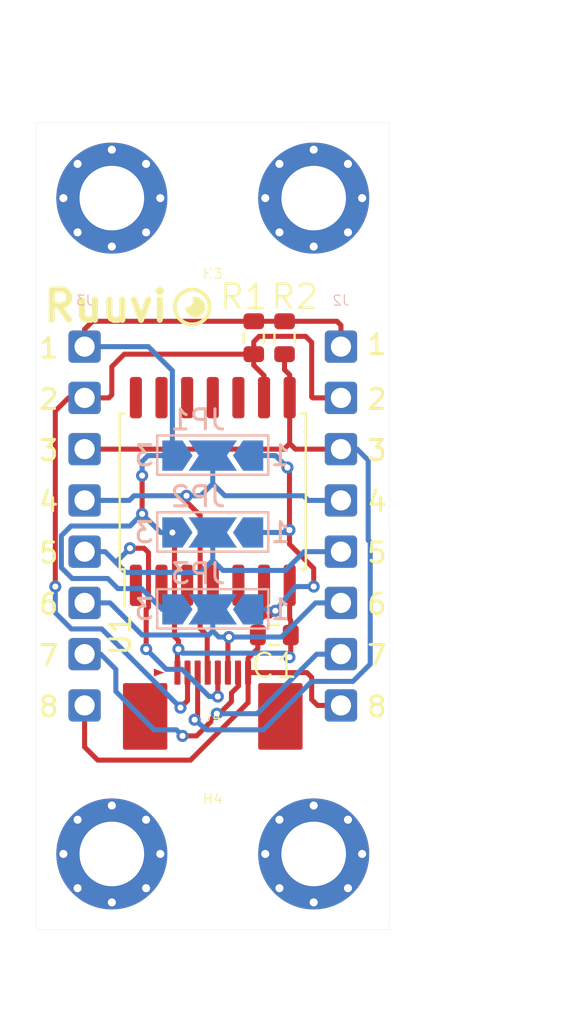
<source format=kicad_pcb>
(kicad_pcb (version 20221018) (generator pcbnew)
  (layers (0 "F.Cu" mixed) (31 "B.Cu" mixed) (34 "B.Paste" user) (35 "F.Paste" user) (36 "B.SilkS" user "B.Silkscreen") (37 "F.SilkS" user "F.Silkscreen") (38 "B.Mask" user) (39 "F.Mask" user) (44 "Edge.Cuts" user))
  (net 0 "")
  (net 1 "/VDD")
  (net 2 "/GND")
  (net 3 "/SDA")
  (net 4 "/SCL")
  (net 5 "/GPIO6")
  (net 6 "/GPIO5")
  (net 7 "/GPIO4")
  (net 8 "/GPIO3")
  (footprint "ruuvitag:MountingHole_3.2mm_M3_Pad_Via" (layer "F.Cu") (at 97 74.74)
    (fp_text reference "H2" (at 0 0) (layer "F.SilkS") (effects (font (size 0.5 0.5) (thickness 0.05))))
    (fp_text value "MountingHole")
    (pad "1" thru_hole circle (at -2.4 0) (size 0.7 0.7) (drill 0.4) (layers "*.Cu" "*.Mask"))
    (pad "1" thru_hole circle (at -1.697056 -1.697056) (size 0.7 0.7) (drill 0.4) (layers "*.Cu" "*.Mask"))
    (pad "1" thru_hole circle (at -1.697056 1.697056) (size 0.7 0.7) (drill 0.4) (layers "*.Cu" "*.Mask"))
    (pad "1" thru_hole circle (at 0 -2.4) (size 0.7 0.7) (drill 0.4) (layers "*.Cu" "*.Mask"))
    (pad "1" thru_hole circle (at 0 0) (size 5.5 5.5) (drill 3.2) (layers "*.Cu" "*.Mask"))
    (pad "1" thru_hole circle (at 0 2.4) (size 0.7 0.7) (drill 0.4) (layers "*.Cu" "*.Mask"))
    (pad "1" thru_hole circle (at 1.697056 -1.697056) (size 0.7 0.7) (drill 0.4) (layers "*.Cu" "*.Mask"))
    (pad "1" thru_hole circle (at 1.697056 1.697056) (size 0.7 0.7) (drill 0.4) (layers "*.Cu" "*.Mask"))
    (pad "1" thru_hole circle (at 2.4 0) (size 0.7 0.7) (drill 0.4) (layers "*.Cu" "*.Mask"))
  )
  (footprint "ruuvitag:MountingHole_3.2mm_M3_Pad_Via" (layer "F.Cu") (at 87 74.74)
    (fp_text reference "H1" (at 0 0) (layer "F.SilkS") (effects (font (size 0.5 0.5) (thickness 0.05))))
    (fp_text value "MountingHole")
    (pad "1" thru_hole circle (at -2.4 0) (size 0.7 0.7) (drill 0.4) (layers "*.Cu" "*.Mask"))
    (pad "1" thru_hole circle (at -1.697056 -1.697056) (size 0.7 0.7) (drill 0.4) (layers "*.Cu" "*.Mask"))
    (pad "1" thru_hole circle (at -1.697056 1.697056) (size 0.7 0.7) (drill 0.4) (layers "*.Cu" "*.Mask"))
    (pad "1" thru_hole circle (at 0 -2.4) (size 0.7 0.7) (drill 0.4) (layers "*.Cu" "*.Mask"))
    (pad "1" thru_hole circle (at 0 0) (size 5.5 5.5) (drill 3.2) (layers "*.Cu" "*.Mask"))
    (pad "1" thru_hole circle (at 0 2.4) (size 0.7 0.7) (drill 0.4) (layers "*.Cu" "*.Mask"))
    (pad "1" thru_hole circle (at 1.697056 -1.697056) (size 0.7 0.7) (drill 0.4) (layers "*.Cu" "*.Mask"))
    (pad "1" thru_hole circle (at 1.697056 1.697056) (size 0.7 0.7) (drill 0.4) (layers "*.Cu" "*.Mask"))
    (pad "1" thru_hole circle (at 2.4 0) (size 0.7 0.7) (drill 0.4) (layers "*.Cu" "*.Mask"))
  )
  (footprint "connector:BreakoutHoles" (layer "F.Cu") (at 92 78.49)
    (fp_text reference "H3" (at 0 0) (layer "F.SilkS") (effects (font (size 0.5 0.5) (thickness 0.05))))
    (fp_text value "27 x 0.4mm NPTH")
    (pad "" np_thru_hole circle (at -7.8 0) (size 0.4 0.4) (drill 0.4) (layers "*.Cu" "*.Mask"))
    (pad "" np_thru_hole circle (at -7.2 0) (size 0.4 0.4) (drill 0.4) (layers "*.Cu" "*.Mask"))
    (pad "" np_thru_hole circle (at -6.6 0) (size 0.4 0.4) (drill 0.4) (layers "*.Cu" "*.Mask"))
    (pad "" np_thru_hole circle (at -6 0) (size 0.4 0.4) (drill 0.4) (layers "*.Cu" "*.Mask"))
    (pad "" np_thru_hole circle (at -5.4 0) (size 0.4 0.4) (drill 0.4) (layers "*.Cu" "*.Mask"))
    (pad "" np_thru_hole circle (at -4.8 0) (size 0.4 0.4) (drill 0.4) (layers "*.Cu" "*.Mask"))
    (pad "" np_thru_hole circle (at -4.2 0) (size 0.4 0.4) (drill 0.4) (layers "*.Cu" "*.Mask"))
    (pad "" np_thru_hole circle (at -3.6 0) (size 0.4 0.4) (drill 0.4) (layers "*.Cu" "*.Mask"))
    (pad "" np_thru_hole circle (at -3 0) (size 0.4 0.4) (drill 0.4) (layers "*.Cu" "*.Mask"))
    (pad "" np_thru_hole circle (at -2.4 0) (size 0.4 0.4) (drill 0.4) (layers "*.Cu" "*.Mask"))
    (pad "" np_thru_hole circle (at -1.8 0) (size 0.4 0.4) (drill 0.4) (layers "*.Cu" "*.Mask"))
    (pad "" np_thru_hole circle (at -1.2 0) (size 0.4 0.4) (drill 0.4) (layers "*.Cu" "*.Mask"))
    (pad "" np_thru_hole circle (at -0.6 0) (size 0.4 0.4) (drill 0.4) (layers "*.Cu" "*.Mask"))
    (pad "" np_thru_hole circle (at 0 0) (size 0.4 0.4) (drill 0.4) (layers "*.Cu" "*.Mask"))
    (pad "" np_thru_hole circle (at 0.6 0) (size 0.4 0.4) (drill 0.4) (layers "*.Cu" "*.Mask"))
    (pad "" np_thru_hole circle (at 1.2 0) (size 0.4 0.4) (drill 0.4) (layers "*.Cu" "*.Mask"))
    (pad "" np_thru_hole circle (at 1.8 0) (size 0.4 0.4) (drill 0.4) (layers "*.Cu" "*.Mask"))
    (pad "" np_thru_hole circle (at 2.4 0) (size 0.4 0.4) (drill 0.4) (layers "*.Cu" "*.Mask"))
    (pad "" np_thru_hole circle (at 3 0) (size 0.4 0.4) (drill 0.4) (layers "*.Cu" "*.Mask"))
    (pad "" np_thru_hole circle (at 3.6 0) (size 0.4 0.4) (drill 0.4) (layers "*.Cu" "*.Mask"))
    (pad "" np_thru_hole circle (at 4.2 0) (size 0.4 0.4) (drill 0.4) (layers "*.Cu" "*.Mask"))
    (pad "" np_thru_hole circle (at 4.8 0) (size 0.4 0.4) (drill 0.4) (layers "*.Cu" "*.Mask"))
    (pad "" np_thru_hole circle (at 5.4 0) (size 0.4 0.4) (drill 0.4) (layers "*.Cu" "*.Mask"))
    (pad "" np_thru_hole circle (at 6 0) (size 0.4 0.4) (drill 0.4) (layers "*.Cu" "*.Mask"))
    (pad "" np_thru_hole circle (at 6.6 0) (size 0.4 0.4) (drill 0.4) (layers "*.Cu" "*.Mask"))
    (pad "" np_thru_hole circle (at 7.2 0) (size 0.4 0.4) (drill 0.4) (layers "*.Cu" "*.Mask"))
    (pad "" np_thru_hole circle (at 7.8 0) (size 0.4 0.4) (drill 0.4) (layers "*.Cu" "*.Mask"))
  )
  (footprint "ruuvitag:MountingHole_3.2mm_M3_Pad_Via" (layer "F.Cu") (at 87 107.24)
    (fp_text reference "H5" (at 0 0) (layer "F.SilkS") (effects (font (size 0.5 0.5) (thickness 0.05))))
    (fp_text value "MountingHole")
    (pad "1" thru_hole circle (at -2.4 0) (size 0.7 0.7) (drill 0.4) (layers "*.Cu" "*.Mask"))
    (pad "1" thru_hole circle (at -1.697056 -1.697056) (size 0.7 0.7) (drill 0.4) (layers "*.Cu" "*.Mask"))
    (pad "1" thru_hole circle (at -1.697056 1.697056) (size 0.7 0.7) (drill 0.4) (layers "*.Cu" "*.Mask"))
    (pad "1" thru_hole circle (at 0 -2.4) (size 0.7 0.7) (drill 0.4) (layers "*.Cu" "*.Mask"))
    (pad "1" thru_hole circle (at 0 0) (size 5.5 5.5) (drill 3.2) (layers "*.Cu" "*.Mask"))
    (pad "1" thru_hole circle (at 0 2.4) (size 0.7 0.7) (drill 0.4) (layers "*.Cu" "*.Mask"))
    (pad "1" thru_hole circle (at 1.697056 -1.697056) (size 0.7 0.7) (drill 0.4) (layers "*.Cu" "*.Mask"))
    (pad "1" thru_hole circle (at 1.697056 1.697056) (size 0.7 0.7) (drill 0.4) (layers "*.Cu" "*.Mask"))
    (pad "1" thru_hole circle (at 2.4 0) (size 0.7 0.7) (drill 0.4) (layers "*.Cu" "*.Mask"))
  )
  (footprint "connector:BreakoutHoles" (layer "F.Cu") (at 92 103.49)
    (fp_text reference "H4" (at 0 1.028) (layer "F.SilkS") (effects (font (size 0.5 0.5) (thickness 0.05))))
    (fp_text value "27 x 0.4mm NPTH")
    (pad "" np_thru_hole circle (at -7.8 0) (size 0.4 0.4) (drill 0.4) (layers "*.Cu" "*.Mask"))
    (pad "" np_thru_hole circle (at -7.2 0) (size 0.4 0.4) (drill 0.4) (layers "*.Cu" "*.Mask"))
    (pad "" np_thru_hole circle (at -6.6 0) (size 0.4 0.4) (drill 0.4) (layers "*.Cu" "*.Mask"))
    (pad "" np_thru_hole circle (at -6 0) (size 0.4 0.4) (drill 0.4) (layers "*.Cu" "*.Mask"))
    (pad "" np_thru_hole circle (at -5.4 0) (size 0.4 0.4) (drill 0.4) (layers "*.Cu" "*.Mask"))
    (pad "" np_thru_hole circle (at -4.8 0) (size 0.4 0.4) (drill 0.4) (layers "*.Cu" "*.Mask"))
    (pad "" np_thru_hole circle (at -4.2 0) (size 0.4 0.4) (drill 0.4) (layers "*.Cu" "*.Mask"))
    (pad "" np_thru_hole circle (at -3.6 0) (size 0.4 0.4) (drill 0.4) (layers "*.Cu" "*.Mask"))
    (pad "" np_thru_hole circle (at -3 0) (size 0.4 0.4) (drill 0.4) (layers "*.Cu" "*.Mask"))
    (pad "" np_thru_hole circle (at -2.4 0) (size 0.4 0.4) (drill 0.4) (layers "*.Cu" "*.Mask"))
    (pad "" np_thru_hole circle (at -1.8 0) (size 0.4 0.4) (drill 0.4) (layers "*.Cu" "*.Mask"))
    (pad "" np_thru_hole circle (at -1.2 0) (size 0.4 0.4) (drill 0.4) (layers "*.Cu" "*.Mask"))
    (pad "" np_thru_hole circle (at -0.6 0) (size 0.4 0.4) (drill 0.4) (layers "*.Cu" "*.Mask"))
    (pad "" np_thru_hole circle (at 0 0) (size 0.4 0.4) (drill 0.4) (layers "*.Cu" "*.Mask"))
    (pad "" np_thru_hole circle (at 0.6 0) (size 0.4 0.4) (drill 0.4) (layers "*.Cu" "*.Mask"))
    (pad "" np_thru_hole circle (at 1.2 0) (size 0.4 0.4) (drill 0.4) (layers "*.Cu" "*.Mask"))
    (pad "" np_thru_hole circle (at 1.8 0) (size 0.4 0.4) (drill 0.4) (layers "*.Cu" "*.Mask"))
    (pad "" np_thru_hole circle (at 2.4 0) (size 0.4 0.4) (drill 0.4) (layers "*.Cu" "*.Mask"))
    (pad "" np_thru_hole circle (at 3 0) (size 0.4 0.4) (drill 0.4) (layers "*.Cu" "*.Mask"))
    (pad "" np_thru_hole circle (at 3.6 0) (size 0.4 0.4) (drill 0.4) (layers "*.Cu" "*.Mask"))
    (pad "" np_thru_hole circle (at 4.2 0) (size 0.4 0.4) (drill 0.4) (layers "*.Cu" "*.Mask"))
    (pad "" np_thru_hole circle (at 4.8 0) (size 0.4 0.4) (drill 0.4) (layers "*.Cu" "*.Mask"))
    (pad "" np_thru_hole circle (at 5.4 0) (size 0.4 0.4) (drill 0.4) (layers "*.Cu" "*.Mask"))
    (pad "" np_thru_hole circle (at 6 0) (size 0.4 0.4) (drill 0.4) (layers "*.Cu" "*.Mask"))
    (pad "" np_thru_hole circle (at 6.6 0) (size 0.4 0.4) (drill 0.4) (layers "*.Cu" "*.Mask"))
    (pad "" np_thru_hole circle (at 7.2 0) (size 0.4 0.4) (drill 0.4) (layers "*.Cu" "*.Mask"))
    (pad "" np_thru_hole circle (at 7.8 0) (size 0.4 0.4) (drill 0.4) (layers "*.Cu" "*.Mask"))
  )
  (footprint "ruuvitag:MountingHole_3.2mm_M3_Pad_Via" (layer "F.Cu") (at 97 107.24)
    (fp_text reference "H6" (at 0 0) (layer "F.SilkS") (effects (font (size 0.5 0.5) (thickness 0.05))))
    (fp_text value "MountingHole")
    (pad "1" thru_hole circle (at -2.4 0) (size 0.7 0.7) (drill 0.4) (layers "*.Cu" "*.Mask"))
    (pad "1" thru_hole circle (at -1.697056 -1.697056) (size 0.7 0.7) (drill 0.4) (layers "*.Cu" "*.Mask"))
    (pad "1" thru_hole circle (at -1.697056 1.697056) (size 0.7 0.7) (drill 0.4) (layers "*.Cu" "*.Mask"))
    (pad "1" thru_hole circle (at 0 -2.4) (size 0.7 0.7) (drill 0.4) (layers "*.Cu" "*.Mask"))
    (pad "1" thru_hole circle (at 0 0) (size 5.5 5.5) (drill 3.2) (layers "*.Cu" "*.Mask"))
    (pad "1" thru_hole circle (at 0 2.4) (size 0.7 0.7) (drill 0.4) (layers "*.Cu" "*.Mask"))
    (pad "1" thru_hole circle (at 1.697056 -1.697056) (size 0.7 0.7) (drill 0.4) (layers "*.Cu" "*.Mask"))
    (pad "1" thru_hole circle (at 1.697056 1.697056) (size 0.7 0.7) (drill 0.4) (layers "*.Cu" "*.Mask"))
    (pad "1" thru_hole circle (at 2.4 0) (size 0.7 0.7) (drill 0.4) (layers "*.Cu" "*.Mask"))
  )
  (footprint "passives:CAPC160X80X35L25N" (layer "F.Cu") (at 95.048 96.39)
    (fp_text reference "C1" (at 0 1.524) (layer "F.SilkS") (effects (font (size 1.2 1.2) (thickness 0.12))))
    (fp_text value "100n")
    (pad "1" smd roundrect (at -0.815 0) (size 0.79 1.02) (layers "F.Cu" "F.Paste" "F.Mask") (roundrect_rratio 0.2532) (net 2 "/GND"))
    (pad "2" smd roundrect (at 0.815 0) (size 0.79 1.02) (layers "F.Cu" "F.Paste" "F.Mask") (roundrect_rratio 0.2532) (net 1 "/VDD"))
  )
  (footprint "passives:CAPC160X80X35L25N" (layer "F.Cu") (at 95.556 81.658 -90)
    (fp_text reference "R2" (at -2.032 -0.508) (layer "F.SilkS") (effects (font (size 1.2 1.2) (thickness 0.12))))
    (fp_text value "10k")
    (pad "1" smd roundrect (at -0.815 0 270) (size 0.79 1.02) (layers "F.Cu" "F.Paste" "F.Mask") (roundrect_rratio 0.2532) (net 1 "/VDD"))
    (pad "2" smd roundrect (at 0.815 0 270) (size 0.79 1.02) (layers "F.Cu" "F.Paste" "F.Mask") (roundrect_rratio 0.2532) (net 3 "/SDA"))
  )
  (footprint "Package_SO:SOIC-14W_7.5x9mm_P1.27mm" (layer "F.Cu") (at 92 89.278 90)
    (fp_text reference "U1" (at -7.112 -4.572 90) (layer "F.SilkS"))
    (fp_text value "NPA-700")
    (pad "1" smd roundrect (at -4.65 -3.81 90) (size 2.05 0.6) (layers "F.Cu" "F.Paste" "F.Mask"))
    (pad "2" smd roundrect (at -4.65 -2.54 90) (size 2.05 0.6) (layers "F.Cu" "F.Paste" "F.Mask"))
    (pad "3" smd roundrect (at -4.65 -1.27 90) (size 2.05 0.6) (layers "F.Cu" "F.Paste" "F.Mask"))
    (pad "4" smd roundrect (at -4.65 0 90) (size 2.05 0.6) (layers "F.Cu" "F.Paste" "F.Mask"))
    (pad "5" smd roundrect (at -4.65 1.27 90) (size 2.05 0.6) (layers "F.Cu" "F.Paste" "F.Mask"))
    (pad "6" smd roundrect (at -4.65 2.54 90) (size 2.05 0.6) (layers "F.Cu" "F.Paste" "F.Mask") (net 2 "/GND"))
    (pad "7" smd roundrect (at -4.65 3.81 90) (size 2.05 0.6) (layers "F.Cu" "F.Paste" "F.Mask") (net 1 "/VDD"))
    (pad "8" smd roundrect (at 4.65 3.81 90) (size 2.05 0.6) (layers "F.Cu" "F.Paste" "F.Mask") (net 3 "/SDA"))
    (pad "9" smd roundrect (at 4.65 2.54 90) (size 2.05 0.6) (layers "F.Cu" "F.Paste" "F.Mask") (net 4 "/SCL"))
    (pad "10" smd roundrect (at 4.65 1.27 90) (size 2.05 0.6) (layers "F.Cu" "F.Paste" "F.Mask"))
    (pad "11" smd roundrect (at 4.65 0 90) (size 2.05 0.6) (layers "F.Cu" "F.Paste" "F.Mask"))
    (pad "12" smd roundrect (at 4.65 -1.27 90) (size 2.05 0.6) (layers "F.Cu" "F.Paste" "F.Mask"))
    (pad "13" smd roundrect (at 4.65 -2.54 90) (size 2.05 0.6) (layers "F.Cu" "F.Paste" "F.Mask"))
    (pad "14" smd roundrect (at 4.65 -3.81 90) (size 2.05 0.6) (layers "F.Cu" "F.Paste" "F.Mask"))
  )
  (footprint "connector:RUUVI_CONNECTOR_FFC" (layer "F.Cu") (at 92 100.454)
    (fp_text reference "J4" (at 0 0) (layer "F.SilkS") (effects (font (size 0.5 0.5) (thickness 0.05))))
    (fp_text value "Ruuvi Connector Horizontal")
    (pad "1" smd roundrect (at -1.75 -2.2) (size 0.3 1.2) (layers "F.Cu" "F.Paste" "F.Mask") (roundrect_rratio 0.167) (net 1 "/VDD"))
    (pad "2" smd roundrect (at -1.25 -2.2) (size 0.3 1.2) (layers "F.Cu" "F.Paste" "F.Mask") (roundrect_rratio 0.167) (net 4 "/SCL"))
    (pad "3" smd roundrect (at -0.75 -2.2) (size 0.3 1.2) (layers "F.Cu" "F.Paste" "F.Mask") (roundrect_rratio 0.167) (net 3 "/SDA"))
    (pad "4" smd roundrect (at -0.25 -2.2) (size 0.3 1.2) (layers "F.Cu" "F.Paste" "F.Mask") (roundrect_rratio 0.167) (net 8 "/GPIO3"))
    (pad "5" smd roundrect (at 0.25 -2.2) (size 0.3 1.2) (layers "F.Cu" "F.Paste" "F.Mask") (roundrect_rratio 0.167) (net 7 "/GPIO4"))
    (pad "6" smd roundrect (at 0.75 -2.2) (size 0.3 1.2) (layers "F.Cu" "F.Paste" "F.Mask") (roundrect_rratio 0.167) (net 6 "/GPIO5"))
    (pad "7" smd roundrect (at 1.25 -2.2) (size 0.3 1.2) (layers "F.Cu" "F.Paste" "F.Mask") (roundrect_rratio 0.167) (net 5 "/GPIO6"))
    (pad "8" smd roundrect (at 1.75 -2.2) (size 0.3 1.2) (layers "F.Cu" "F.Paste" "F.Mask") (roundrect_rratio 0.167) (net 2 "/GND"))
    (pad "~" smd roundrect (at -3.35 -0.03) (size 2.2 3.3) (layers "F.Cu" "F.Paste" "F.Mask") (roundrect_rratio 0.045))
    (pad "~" smd trapezoid (at -2.67 -2.2) (size 0.5 0.2) (rect_delta 0.19 0) (layers "F.Cu" "F.Mask"))
    (pad "~" smd roundrect (at 3.35 -0.03) (size 2.2 3.3) (layers "F.Cu" "F.Paste" "F.Mask") (roundrect_rratio 0.045))
  )
  (footprint "ruuvi:EYESILK2MM" (layer "F.Cu") (at 90.984 80.134)
    (fp_text reference "G***" hide)
    (fp_text value "EYESILK2MM" hide)
  )
  (footprint "passives:CAPC160X80X35L25N" (layer "F.Cu") (at 94.032 81.658 -90)
    (fp_text reference "R1" (at -2.032 0.508) (layer "F.SilkS") (effects (font (size 1.2 1.2) (thickness 0.12))))
    (fp_text value "10k")
    (pad "1" smd roundrect (at -0.815 0 270) (size 0.79 1.02) (layers "F.Cu" "F.Paste" "F.Mask") (roundrect_rratio 0.2532) (net 1 "/VDD"))
    (pad "2" smd roundrect (at 0.815 0 270) (size 0.79 1.02) (layers "F.Cu" "F.Paste" "F.Mask") (roundrect_rratio 0.2532) (net 4 "/SCL"))
  )
  (footprint "connector:RUUVI_CONNECTOR_8PIN_HEADER" (layer "B.Cu") (at 98.35 82.1 180)
    (fp_text reference "J2" (at 0 2.286) (layer "B.SilkS") (effects (font (size 0.5 0.5) (thickness 0.05)) (justify mirror)))
    (fp_text value "Ruuvi Connector Pin Header")
    (pad "1" thru_hole roundrect (at 0 0 180) (size 1.6 1.6) (drill 1) (layers "*.Cu" "*.Mask") (roundrect_rratio 0.125) (net 1 "/VDD"))
    (pad "2" thru_hole roundrect (at 0 -2.54 180) (size 1.6 1.6) (drill 1) (layers "*.Cu" "*.Mask") (roundrect_rratio 0.125) (net 4 "/SCL"))
    (pad "3" thru_hole roundrect (at 0 -5.08 180) (size 1.6 1.6) (drill 1) (layers "*.Cu" "*.Mask") (roundrect_rratio 0.125) (net 3 "/SDA"))
    (pad "4" thru_hole roundrect (at 0 -7.62 180) (size 1.6 1.6) (drill 1) (layers "*.Cu" "*.Mask") (roundrect_rratio 0.125) (net 8 "/GPIO3"))
    (pad "5" thru_hole roundrect (at 0 -10.16 180) (size 1.6 1.6) (drill 1) (layers "*.Cu" "*.Mask") (roundrect_rratio 0.125) (net 7 "/GPIO4"))
    (pad "6" thru_hole roundrect (at 0 -12.7 180) (size 1.6 1.6) (drill 1) (layers "*.Cu" "*.Mask") (roundrect_rratio 0.125) (net 6 "/GPIO5"))
    (pad "7" thru_hole roundrect (at 0 -15.24 180) (size 1.6 1.6) (drill 1) (layers "*.Cu" "*.Mask") (roundrect_rratio 0.125) (net 5 "/GPIO6"))
    (pad "8" thru_hole roundrect (at 0 -17.78 180) (size 1.6 1.6) (drill 1) (layers "*.Cu" "*.Mask") (roundrect_rratio 0.125) (net 2 "/GND"))
  )
  (footprint "connector:RUUVI_CONNECTOR_8PIN_HEADER" (layer "B.Cu") (at 85.65 82.1 180)
    (fp_text reference "J3" (at 0 2.286) (layer "B.SilkS") (effects (font (size 0.5 0.5) (thickness 0.05)) (justify mirror)))
    (fp_text value "Ruuvi Connector Pin Header")
    (pad "1" thru_hole roundrect (at 0 0 180) (size 1.6 1.6) (drill 1) (layers "*.Cu" "*.Mask") (roundrect_rratio 0.125) (net 1 "/VDD"))
    (pad "2" thru_hole roundrect (at 0 -2.54 180) (size 1.6 1.6) (drill 1) (layers "*.Cu" "*.Mask") (roundrect_rratio 0.125) (net 4 "/SCL"))
    (pad "3" thru_hole roundrect (at 0 -5.08 180) (size 1.6 1.6) (drill 1) (layers "*.Cu" "*.Mask") (roundrect_rratio 0.125) (net 3 "/SDA"))
    (pad "4" thru_hole roundrect (at 0 -7.62 180) (size 1.6 1.6) (drill 1) (layers "*.Cu" "*.Mask") (roundrect_rratio 0.125) (net 8 "/GPIO3"))
    (pad "5" thru_hole roundrect (at 0 -10.16 180) (size 1.6 1.6) (drill 1) (layers "*.Cu" "*.Mask") (roundrect_rratio 0.125) (net 7 "/GPIO4"))
    (pad "6" thru_hole roundrect (at 0 -12.7 180) (size 1.6 1.6) (drill 1) (layers "*.Cu" "*.Mask") (roundrect_rratio 0.125) (net 6 "/GPIO5"))
    (pad "7" thru_hole roundrect (at 0 -15.24 180) (size 1.6 1.6) (drill 1) (layers "*.Cu" "*.Mask") (roundrect_rratio 0.125) (net 5 "/GPIO6"))
    (pad "8" thru_hole roundrect (at 0 -17.78 180) (size 1.6 1.6) (drill 1) (layers "*.Cu" "*.Mask") (roundrect_rratio 0.125) (net 2 "/GND"))
  )
  (footprint "Jumper:SolderJumper-3_P2.0mm_Open_TrianglePad1.0x1.5mm_NumberLabels" (layer "B.Cu") (at 92 87.5 180)
    (fp_text reference "JP1" (at 0.725 1.775 180) (layer "B.SilkS") (effects (justify mirror)))
    (fp_text value "SolderJumper_3_Open")
    (fp_text user "3" (at 3.4 0 180) (layer "B.SilkS") (effects (justify mirror)))
    (fp_text user "1" (at -3.35 0 180) (layer "B.SilkS") (effects (justify mirror)))
    (pad "1" smd custom (at -2 0 180) (size 0.3 0.3) (layers "B.Cu" "B.Mask") (net 2 "/GND") (options (clearance outline) (anchor rect)) (primitives (gr_poly (pts (xy -0.5 0.75) (xy 0.5 0.75) (xy 1 0) (xy 0.5 -0.75) (xy -0.5 -0.75)) (width 0) (fill yes))))
    (pad "2" smd custom (at 0 0 180) (size 0.3 0.3) (layers "B.Cu") (net 8 "/GPIO3") (options (clearance outline) (anchor rect)) (primitives (gr_poly (pts (xy -1.2 0.75) (xy 1.2 0.75) (xy 0.7 0) (xy 1.2 -0.75) (xy -1.2 -0.75) (xy -0.7 0)) (width 0) (fill yes))))
    (pad "3" smd custom (at 2 0) (size 0.3 0.3) (layers "B.Cu" "B.Mask") (net 1 "/VDD") (options (clearance outline) (anchor rect)) (primitives (gr_poly (pts (xy -0.5 0.75) (xy 0.5 0.75) (xy 1 0) (xy 0.5 -0.75) (xy -0.5 -0.75)) (width 0) (fill yes))))
  )
  (footprint "Jumper:SolderJumper-3_P2.0mm_Open_TrianglePad1.0x1.5mm_NumberLabels" (layer "B.Cu") (at 92 91.31 180)
    (fp_text reference "JP2" (at 0.725 1.775 180) (layer "B.SilkS") (effects (justify mirror)))
    (fp_text value "SolderJumper_3_Open")
    (fp_text user "1" (at -3.35 0 180) (layer "B.SilkS") (effects (justify mirror)))
    (fp_text user "3" (at 3.4 0 180) (layer "B.SilkS") (effects (justify mirror)))
    (pad "1" smd custom (at -2 0 180) (size 0.3 0.3) (layers "B.Cu" "B.Mask") (net 2 "/GND") (options (clearance outline) (anchor rect)) (primitives (gr_poly (pts (xy -0.5 0.75) (xy 0.5 0.75) (xy 1 0) (xy 0.5 -0.75) (xy -0.5 -0.75)) (width 0) (fill yes))))
    (pad "2" smd custom (at 0 0 180) (size 0.3 0.3) (layers "B.Cu") (net 7 "/GPIO4") (options (clearance outline) (anchor rect)) (primitives (gr_poly (pts (xy -1.2 0.75) (xy 1.2 0.75) (xy 0.7 0) (xy 1.2 -0.75) (xy -1.2 -0.75) (xy -0.7 0)) (width 0) (fill yes))))
    (pad "3" smd custom (at 2 0) (size 0.3 0.3) (layers "B.Cu" "B.Mask") (net 1 "/VDD") (options (clearance outline) (anchor rect)) (primitives (gr_poly (pts (xy -0.5 0.75) (xy 0.5 0.75) (xy 1 0) (xy 0.5 -0.75) (xy -0.5 -0.75)) (width 0) (fill yes))))
  )
  (footprint "Jumper:SolderJumper-3_P2.0mm_Open_TrianglePad1.0x1.5mm_NumberLabels" (layer "B.Cu") (at 92 95.12 180)
    (fp_text reference "JP3" (at 0.725 1.775 180) (layer "B.SilkS") (effects (justify mirror)))
    (fp_text value "SolderJumper_3_Open")
    (fp_text user "3" (at 3.4 0 180) (layer "B.SilkS") (effects (justify mirror)))
    (fp_text user "1" (at -3.35 0 180) (layer "B.SilkS") (effects (justify mirror)))
    (pad "1" smd custom (at -2 0 180) (size 0.3 0.3) (layers "B.Cu" "B.Mask") (net 2 "/GND") (options (clearance outline) (anchor rect)) (primitives (gr_poly (pts (xy -0.5 0.75) (xy 0.5 0.75) (xy 1 0) (xy 0.5 -0.75) (xy -0.5 -0.75)) (width 0) (fill yes))))
    (pad "2" smd custom (at 0 0 180) (size 0.3 0.3) (layers "B.Cu") (net 6 "/GPIO5") (options (clearance outline) (anchor rect)) (primitives (gr_poly (pts (xy -1.2 0.75) (xy 1.2 0.75) (xy 0.7 0) (xy 1.2 -0.75) (xy -1.2 -0.75) (xy -0.7 0)) (width 0) (fill yes))))
    (pad "3" smd custom (at 2 0) (size 0.3 0.3) (layers "B.Cu" "B.Mask") (net 1 "/VDD") (options (clearance outline) (anchor rect)) (primitives (gr_poly (pts (xy -0.5 0.75) (xy 0.5 0.75) (xy 1 0) (xy 0.5 -0.75) (xy -0.5 -0.75)) (width 0) (fill yes))))
  )
  (gr_line (start 83.25 70.99) (end 100.75 70.99) (stroke (width 0.01)) (layer "Edge.Cuts"))
  (gr_line (start 83.250001 110.99) (end 83.25 70.99) (stroke (width 0.01)) (layer "Edge.Cuts"))
  (gr_line (start 100.750001 70.99) (end 100.749999 110.99) (stroke (width 0.01)) (layer "Edge.Cuts"))
  (gr_line (start 100.749999 110.99) (end 83.250001 110.99) (stroke (width 0.01)) (layer "Edge.Cuts"))
  (gr_text "7" (at 100.128 97.406) (layer "F.SilkS") (effects (font (size 1 1))))
  (gr_text "Ruuvi" (at 86.7 80.09) (layer "F.SilkS") (effects (font (size 1.5 1.5) (thickness 0.3))))
  (gr_text "6" (at 100.128 94.866) (layer "F.SilkS") (effects (font (size 1 1))))
  (gr_text "3" (at 83.872 87.246) (layer "F.SilkS") (effects (font (size 1 1))))
  (gr_text "4" (at 100.128 89.786) (layer "F.SilkS") (effects (font (size 1 1))))
  (gr_text "7" (at 83.872 97.406) (layer "F.SilkS") (effects (font (size 1 1))))
  (gr_text "1" (at 100.128 81.99) (layer "F.SilkS") (effects (font (size 1 1))))
  (gr_text "2" (at 83.872 84.706) (layer "F.SilkS") (effects (font (size 1 1))))
  (gr_text "3" (at 100.128 87.246) (layer "F.SilkS") (effects (font (size 1 1))))
  (gr_text "8" (at 83.872 99.946) (layer "F.SilkS") (effects (font (size 1 1))))
  (gr_text "4" (at 83.872 89.786) (layer "F.SilkS") (effects (font (size 1 1))))
  (gr_text "6" (at 83.872 94.866) (layer "F.SilkS") (effects (font (size 1 1))))
  (gr_text "8" (at 100.128 99.946) (layer "F.SilkS") (effects (font (size 1 1))))
  (gr_text "5" (at 83.872 92.326) (layer "F.SilkS") (effects (font (size 1 1))))
  (gr_text "2" (at 100.128 84.706) (layer "F.SilkS") (effects (font (size 1 1))))
  (gr_text "5" (at 100.128 92.326) (layer "F.SilkS") (effects (font (size 1 1))))
  (gr_text "1" (at 83.872 82.166) (layer "F.SilkS") (effects (font (size 1 1))))
  (segment (start 90.25 97.14) (end 90.3 97.09) (width 0.25) (layer "F.Cu") (net 1))
  (segment (start 95.8 97.49) (end 95.863 97.427) (width 0.25) (layer "F.Cu") (net 1))
  (segment (start 95.863 97.427) (end 95.863 96.39) (width 0.25) (layer "F.Cu") (net 1))
  (segment (start 95.863 95.653) (end 95.81 95.6) (width 0.25) (layer "F.Cu") (net 1))
  (segment (start 95.81 95.6) (end 95.81 93.928) (width 0.25) (layer "F.Cu") (net 1))
  (segment (start 98.153 80.843) (end 98.35 81.04) (width 0.25) (layer "F.Cu") (net 1))
  (segment (start 98.35 81.04) (end 98.35 82.1) (width 0.25) (layer "F.Cu") (net 1))
  (segment (start 86.047 80.843) (end 85.65 81.24) (width 0.25) (layer "F.Cu") (net 1))
  (segment (start 85.65 81.24) (end 85.65 82.1) (width 0.25) (layer "F.Cu") (net 1))
  (segment (start 88.5 90.39) (end 88.5 88.49) (width 0.25) (layer "F.Cu") (net 1))
  (segment (start 95.556 80.843) (end 98.153 80.843) (width 0.25) (layer "F.Cu") (net 1))
  (segment (start 94.032 80.843) (end 86.047 80.843) (width 0.25) (layer "F.Cu") (net 1))
  (segment (start 90.3 96.665736) (end 90.10499 96.470726) (width 0.25) (layer "F.Cu") (net 1))
  (segment (start 90.10499 96.470726) (end 90.10499 91.41499) (width 0.25) (layer "F.Cu") (net 1))
  (segment (start 95.863 96.39) (end 95.863 95.653) (width 0.25) (layer "F.Cu") (net 1))
  (segment (start 94.032 80.843) (end 95.556 80.843) (width 0.25) (layer "F.Cu") (net 1))
  (segment (start 90.25 98.254) (end 90.25 97.14) (width 0.25) (layer "F.Cu") (net 1))
  (segment (start 90.3 97.09) (end 90.3 96.665736) (width 0.25) (layer "F.Cu") (net 1))
  (segment (start 90.10499 91.41499) (end 90 91.31) (width 0.25) (layer "F.Cu") (net 1))
  (via (at 90 91.31) (size 0.6) (drill 0.3) (layers "F.Cu" "B.Cu") (net 1))
  (via (at 90.3 97.09) (size 0.6) (drill 0.3) (layers "F.Cu" "B.Cu") (net 1))
  (via (at 88.5 88.49) (size 0.6) (drill 0.3) (layers "F.Cu" "B.Cu") (net 1))
  (via (at 88.5 90.39) (size 0.6) (drill 0.3) (layers "F.Cu" "B.Cu") (net 1))
  (via (at 95.8 97.49) (size 0.6) (drill 0.3) (layers "F.Cu" "B.Cu") (net 1))
  (segment (start 90.3 97.09) (end 90.5 97.29) (width 0.25) (layer "B.Cu") (net 1))
  (segment (start 90.5 97.29) (end 95.6 97.29) (width 0.25) (layer "B.Cu") (net 1))
  (segment (start 95.6 97.29) (end 95.8 97.49) (width 0.25) (layer "B.Cu") (net 1))
  (segment (start 90 83.29) (end 88.81 82.1) (width 0.25) (layer "B.Cu") (net 1))
  (segment (start 88.81 82.1) (end 85.65 82.1) (width 0.25) (layer "B.Cu") (net 1))
  (segment (start 89.42 91.31) (end 88.5 90.39) (width 0.25) (layer "B.Cu") (net 1))
  (segment (start 88.5 88.49) (end 88.5 87.79) (width 0.25) (layer "B.Cu") (net 1))
  (segment (start 88.5 87.79) (end 88.79 87.5) (width 0.25) (layer "B.Cu") (net 1))
  (segment (start 88.79 87.5) (end 90 87.5) (width 0.25) (layer "B.Cu") (net 1))
  (segment (start 88.47 94.09) (end 87.3 94.09) (width 0.25) (layer "B.Cu") (net 1))
  (segment (start 85.037522 93.59) (end 84.5 93.052478) (width 0.25) (layer "B.Cu") (net 1))
  (segment (start 84.5 91.467522) (end 84.977522 90.99) (width 0.25) (layer "B.Cu") (net 1))
  (segment (start 90 91.31) (end 89.42 91.31) (width 0.25) (layer "B.Cu") (net 1))
  (segment (start 86.8 93.59) (end 85.037522 93.59) (width 0.25) (layer "B.Cu") (net 1))
  (segment (start 90 95.12) (end 89.5 95.12) (width 0.25) (layer "B.Cu") (net 1))
  (segment (start 89.5 95.12) (end 88.47 94.09) (width 0.25) (layer "B.Cu") (net 1))
  (segment (start 84.977522 90.99) (end 87.9 90.99) (width 0.25) (layer "B.Cu") (net 1))
  (segment (start 87.9 90.99) (end 88.5 90.39) (width 0.25) (layer "B.Cu") (net 1))
  (segment (start 90 87.5) (end 90 83.29) (width 0.25) (layer "B.Cu") (net 1))
  (segment (start 84.5 93.052478) (end 84.5 91.467522) (width 0.25) (layer "B.Cu") (net 1))
  (segment (start 87.3 94.09) (end 86.8 93.59) (width 0.25) (layer "B.Cu") (net 1))
  (segment (start 93.75 97.54) (end 94.233 97.057) (width 0.25) (layer "F.Cu") (net 2))
  (segment (start 94.233 97.057) (end 94.233 96.39) (width 0.25) (layer "F.Cu") (net 2))
  (segment (start 94.233 95.757) (end 94.54 95.45) (width 0.25) (layer "F.Cu") (net 2))
  (segment (start 94.54 95.45) (end 94.54 93.928) (width 0.25) (layer "F.Cu") (net 2))
  (segment (start 85.65 101.94) (end 86.3 102.59) (width 0.25) (layer "F.Cu") (net 2))
  (segment (start 86.3 102.59) (end 90.9 102.59) (width 0.25) (layer "F.Cu") (net 2))
  (segment (start 90.9 102.59) (end 93.75 99.74) (width 0.25) (layer "F.Cu") (net 2))
  (segment (start 93.75 99.74) (end 93.75 98.254) (width 0.25) (layer "F.Cu") (net 2))
  (segment (start 97.19 99.88) (end 96.9 99.59) (width 0.25) (layer "F.Cu") (net 2))
  (segment (start 96.9 99.59) (end 96.9 98.49) (width 0.25) (layer "F.Cu") (net 2))
  (segment (start 96.9 98.49) (end 96.664 98.254) (width 0.25) (layer "F.Cu") (net 2))
  (segment (start 96.664 98.254) (end 93.75 98.254) (width 0.25) (layer "F.Cu") (net 2))
  (segment (start 95.7 88.09) (end 95.8 88.19) (width 0.25) (layer "F.Cu") (net 2))
  (segment (start 95.8 88.19) (end 95.8 91.19) (width 0.25) (layer "F.Cu") (net 2))
  (segment (start 97 93.99) (end 97 93.09) (width 0.25) (layer "F.Cu") (net 2))
  (segment (start 97 93.09) (end 95.8 91.89) (width 0.25) (layer "F.Cu") (net 2))
  (segment (start 95.8 91.89) (end 95.8 91.19) (width 0.25) (layer "F.Cu") (net 2))
  (segment (start 98.35 99.88) (end 97.19 99.88) (width 0.25) (layer "F.Cu") (net 2))
  (segment (start 94.84 95.45) (end 95.1 95.19) (width 0.25) (layer "F.Cu") (net 2))
  (segment (start 85.65 99.88) (end 85.65 101.94) (width 0.25) (layer "F.Cu") (net 2))
  (segment (start 94.54 95.45) (end 94.84 95.45) (width 0.25) (layer "F.Cu") (net 2))
  (segment (start 93.75 98.254) (end 93.75 97.54) (width 0.25) (layer "F.Cu") (net 2))
  (segment (start 94.233 96.39) (end 94.233 95.757) (width 0.25) (layer "F.Cu") (net 2))
  (via (at 97 93.99) (size 0.6) (drill 0.3) (layers "F.Cu" "B.Cu") (net 2))
  (via (at 95.7 88.09) (size 0.6) (drill 0.3) (layers "F.Cu" "B.Cu") (net 2))
  (via (at 95.1 95.19) (size 0.6) (drill 0.3) (layers "F.Cu" "B.Cu") (net 2))
  (via (at 95.8 91.19) (size 0.6) (drill 0.3) (layers "F.Cu" "B.Cu") (net 2))
  (segment (start 95.11 87.5) (end 95.7 88.09) (width 0.25) (layer "B.Cu") (net 2))
  (segment (start 95.8 91.19) (end 95.68 91.31) (width 0.25) (layer "B.Cu") (net 2))
  (segment (start 95.68 91.31) (end 94 91.31) (width 0.25) (layer "B.Cu") (net 2))
  (segment (start 96.1 93.99) (end 97 93.99) (width 0.25) (layer "B.Cu") (net 2))
  (segment (start 95.1 95.19) (end 96.1 93.99) (width 0.25) (layer "B.Cu") (net 2))
  (segment (start 94 87.5) (end 95.11 87.5) (width 0.25) (layer "B.Cu") (net 2))
  (segment (start 94.97 95.12) (end 95.1 95.19) (width 0.25) (layer "B.Cu") (net 2))
  (segment (start 94 95.12) (end 94.97 95.12) (width 0.25) (layer "B.Cu") (net 2))
  (segment (start 95.81 83.5) (end 95.556 83.246) (width 0.25) (layer "F.Cu") (net 3))
  (segment (start 95.556 83.246) (end 95.556 82.473) (width 0.25) (layer "F.Cu") (net 3))
  (segment (start 95.81 86.9) (end 96.09 87.18) (width 0.25) (layer "F.Cu") (net 3))
  (segment (start 96.09 87.18) (end 98.35 87.18) (width 0.25) (layer "F.Cu") (net 3))
  (segment (start 95.53 87.18) (end 95.81 86.9) (width 0.25) (layer "F.Cu") (net 3))
  (segment (start 95.81 86.89) (end 95.81 86.9) (width 0.25) (layer "F.Cu") (net 3))
  (segment (start 91.1 100.59) (end 91.25 100.64) (width 0.25) (layer "F.Cu") (net 3))
  (segment (start 91.25 100.54) (end 91.25 98.254) (width 0.25) (layer "F.Cu") (net 3))
  (segment (start 91.25 100.64) (end 91.25 100.54) (width 0.25) (layer "F.Cu") (net 3))
  (segment (start 95.81 84.628) (end 95.81 86.89) (width 0.25) (layer "F.Cu") (net 3))
  (segment (start 95.81 84.628) (end 95.81 83.5) (width 0.25) (layer "F.Cu") (net 3))
  (segment (start 85.65 87.18) (end 95.53 87.18) (width 0.25) (layer "F.Cu") (net 3))
  (via (at 91.1 100.59) (size 0.6) (drill 0.3) (layers "F.Cu" "B.Cu") (net 3))
  (segment (start 91.1 100.59) (end 91.699999 101.089999) (width 0.25) (layer "B.Cu") (net 3))
  (segment (start 99.7 87.73) (end 99.15 87.18) (width 0.25) (layer "B.Cu") (net 3))
  (segment (start 99.15 87.18) (end 98.35 87.18) (width 0.25) (layer "B.Cu") (net 3))
  (segment (start 96.9 98.69) (end 98.942478 98.69) (width 0.25) (layer "B.Cu") (net 3))
  (segment (start 98.942478 98.69) (end 99.8 97.832478) (width 0.25) (layer "B.Cu") (net 3))
  (segment (start 94.500001 101.089999) (end 96.9 98.69) (width 0.25) (layer "B.Cu") (net 3))
  (segment (start 99.8 97.832478) (end 99.8 91.79) (width 0.25) (layer "B.Cu") (net 3))
  (segment (start 99.8 91.79) (end 99.7 91.69) (width 0.25) (layer "B.Cu") (net 3))
  (segment (start 99.7 91.69) (end 99.7 87.73) (width 0.25) (layer "B.Cu") (net 3))
  (segment (start 91.699999 101.089999) (end 94.500001 101.089999) (width 0.25) (layer "B.Cu") (net 3))
  (segment (start 94.54 83.53) (end 94.032 83.022) (width 0.25) (layer "F.Cu") (net 4))
  (segment (start 94.032 83.022) (end 94.032 82.473) (width 0.25) (layer "F.Cu") (net 4))
  (segment (start 94.032 81.858) (end 94.3 81.59) (width 0.25) (layer "F.Cu") (net 4))
  (segment (start 94.3 81.59) (end 96.6 81.59) (width 0.25) (layer "F.Cu") (net 4))
  (segment (start 96.6 81.59) (end 96.9 81.89) (width 0.25) (layer "F.Cu") (net 4))
  (segment (start 96.9 81.89) (end 96.9 84.59) (width 0.25) (layer "F.Cu") (net 4))
  (segment (start 96.9 84.59) (end 96.95 84.64) (width 0.25) (layer "F.Cu") (net 4))
  (segment (start 96.95 84.64) (end 98.35 84.64) (width 0.25) (layer "F.Cu") (net 4))
  (segment (start 87.617 82.473) (end 87 83.09) (width 0.25) (layer "F.Cu") (net 4))
  (segment (start 87 83.09) (end 87 84.49) (width 0.25) (layer "F.Cu") (net 4))
  (segment (start 87 84.49) (end 86.85 84.64) (width 0.25) (layer "F.Cu") (net 4))
  (segment (start 86.85 84.64) (end 85.65 84.64) (width 0.25) (layer "F.Cu") (net 4))
  (segment (start 90.75 99.64) (end 90.4 99.99) (width 0.25) (layer "F.Cu") (net 4))
  (segment (start 84.2 93.99) (end 84.2 85.29) (width 0.25) (layer "F.Cu") (net 4))
  (segment (start 94.54 84.628) (end 94.54 83.53) (width 0.25) (layer "F.Cu") (net 4))
  (segment (start 94.032 82.473) (end 87.617 82.473) (width 0.25) (layer "F.Cu") (net 4))
  (segment (start 94.032 82.473) (end 94.032 81.858) (width 0.25) (layer "F.Cu") (net 4))
  (segment (start 84.2 85.29) (end 84.85 84.64) (width 0.25) (layer "F.Cu") (net 4))
  (segment (start 90.75 98.254) (end 90.75 99.64) (width 0.25) (layer "F.Cu") (net 4))
  (segment (start 84.85 84.64) (end 85.65 84.64) (width 0.25) (layer "F.Cu") (net 4))
  (via (at 90.4 99.99) (size 0.6) (drill 0.3) (layers "F.Cu" "B.Cu") (net 4))
  (via (at 84.2 93.99) (size 0.6) (drill 0.3) (layers "F.Cu" "B.Cu") (net 4))
  (segment (start 87.1 96.69) (end 86.5 96.09) (width 0.25) (layer "B.Cu") (net 4))
  (segment (start 90.4 99.99) (end 87.1 96.69) (width 0.25) (layer "B.Cu") (net 4))
  (segment (start 84.997522 96.09) (end 84.2 95.292478) (width 0.25) (layer "B.Cu") (net 4))
  (segment (start 84.2 95.292478) (end 84.2 93.99) (width 0.25) (layer "B.Cu") (net 4))
  (segment (start 86.5 96.09) (end 84.997522 96.09) (width 0.25) (layer "B.Cu") (net 4))
  (segment (start 91.900001 100.589999) (end 91.900001 100.689999) (width 0.25) (layer "F.Cu") (net 5))
  (segment (start 92.2 100.29) (end 92.325002 100.29) (width 0.25) (layer "F.Cu") (net 5))
  (segment (start 93.27499 98.91501) (end 93.27499 98.27899) (width 0.25) (layer "F.Cu") (net 5))
  (segment (start 91.900001 100.689999) (end 91.2 101.39) (width 0.25) (layer "F.Cu") (net 5))
  (segment (start 91.2 101.39) (end 90.5 101.39) (width 0.25) (layer "F.Cu") (net 5))
  (segment (start 93.27499 98.27899) (end 93.25 98.254) (width 0.25) (layer "F.Cu") (net 5))
  (segment (start 92.925002 99.69) (end 92.925002 99.264998) (width 0.25) (layer "F.Cu") (net 5))
  (segment (start 92.2 100.29) (end 91.900001 100.589999) (width 0.25) (layer "F.Cu") (net 5))
  (segment (start 92.325002 100.29) (end 92.925002 99.69) (width 0.25) (layer "F.Cu") (net 5))
  (segment (start 92.925002 99.264998) (end 93.27499 98.91501) (width 0.25) (layer "F.Cu") (net 5))
  (via (at 90.5 101.39) (size 0.6) (drill 0.3) (layers "F.Cu" "B.Cu") (net 5))
  (via (at 92.2 100.29) (size 0.6) (drill 0.3) (layers "F.Cu" "B.Cu") (net 5))
  (segment (start 98.35 97.34) (end 97.15 97.34) (width 0.25) (layer "B.Cu") (net 5))
  (segment (start 97.15 97.34) (end 94.2 100.29) (width 0.25) (layer "B.Cu") (net 5))
  (segment (start 90.5 101.39) (end 90.200001 101.090001) (width 0.25) (layer "B.Cu") (net 5))
  (segment (start 85.65 97.34) (end 86.45 97.34) (width 0.25) (layer "B.Cu") (net 5))
  (segment (start 86.45 97.34) (end 87.2 98.09) (width 0.25) (layer "B.Cu") (net 5))
  (segment (start 87.2 98.09) (end 87.2 99.19) (width 0.25) (layer "B.Cu") (net 5))
  (segment (start 89.100001 101.090001) (end 87.2 99.19) (width 0.25) (layer "B.Cu") (net 5))
  (segment (start 90.200001 101.090001) (end 89.100001 101.090001) (width 0.25) (layer "B.Cu") (net 5))
  (segment (start 94.2 100.29) (end 92.2 100.29) (width 0.25) (layer "B.Cu") (net 5))
  (segment (start 92.75 96.54) (end 92.8 96.49) (width 0.25) (layer "F.Cu") (net 6))
  (segment (start 92.75 98.254) (end 92.75 96.54) (width 0.25) (layer "F.Cu") (net 6))
  (via (at 92.8 96.49) (size 0.6) (drill 0.3) (layers "F.Cu" "B.Cu") (net 6))
  (segment (start 92 96.19) (end 92.3 96.49) (width 0.25) (layer "B.Cu") (net 6))
  (segment (start 92.3 96.49) (end 92.8 96.49) (width 0.25) (layer "B.Cu") (net 6))
  (segment (start 95.4 96.49) (end 97.09 94.8) (width 0.25) (layer "B.Cu") (net 6))
  (segment (start 97.09 94.8) (end 98.35 94.8) (width 0.25) (layer "B.Cu") (net 6))
  (segment (start 86.91 94.8) (end 88.5 96.39) (width 0.25) (layer "B.Cu") (net 6))
  (segment (start 88.5 96.39) (end 91.8 96.39) (width 0.25) (layer "B.Cu") (net 6))
  (segment (start 91.8 96.39) (end 92 96.19) (width 0.25) (layer "B.Cu") (net 6))
  (segment (start 92.8 96.49) (end 95.4 96.49) (width 0.25) (layer "B.Cu") (net 6))
  (segment (start 92 95.12) (end 92 96.19) (width 0.25) (layer "B.Cu") (net 6))
  (segment (start 85.65 94.8) (end 86.91 94.8) (width 0.25) (layer "B.Cu") (net 6))
  (segment (start 88.81501 94.999758) (end 88.81501 92.30501) (width 0.25) (layer "F.Cu") (net 7))
  (segment (start 88.6 92.09) (end 87.9 92.09) (width 0.25) (layer "F.Cu") (net 7))
  (segment (start 88.7 97.09) (end 88.7 95.114768) (width 0.25) (layer "F.Cu") (net 7))
  (segment (start 92.25 98.254) (end 92.25 99.44) (width 0.25) (layer "F.Cu") (net 7))
  (segment (start 88.81501 92.30501) (end 88.6 92.09) (width 0.25) (layer "F.Cu") (net 7))
  (segment (start 88.7 95.114768) (end 88.81501 94.999758) (width 0.25) (layer "F.Cu") (net 7))
  (via (at 88.7 97.09) (size 0.6) (drill 0.3) (layers "F.Cu" "B.Cu") (net 7))
  (via (at 92.25 99.44) (size 0.6) (drill 0.3) (layers "F.Cu" "B.Cu") (net 7))
  (via (at 87.9 92.09) (size 0.6) (drill 0.3) (layers "F.Cu" "B.Cu") (net 7))
  (segment (start 96.53 92.26) (end 95.6 93.19) (width 0.25) (layer "B.Cu") (net 7))
  (segment (start 95.6 93.19) (end 92.5 93.19) (width 0.25) (layer "B.Cu") (net 7))
  (segment (start 92.5 93.19) (end 92 92.69) (width 0.25) (layer "B.Cu") (net 7))
  (segment (start 92 92.69) (end 92 91.31) (width 0.25) (layer "B.Cu") (net 7))
  (segment (start 87.7 93.29) (end 91.4 93.29) (width 0.25) (layer "B.Cu") (net 7))
  (segment (start 91.4 93.29) (end 92 92.69) (width 0.25) (layer "B.Cu") (net 7))
  (segment (start 98.35 92.26) (end 96.53 92.26) (width 0.25) (layer "B.Cu") (net 7))
  (segment (start 85.65 92.26) (end 86.67 92.26) (width 0.25) (layer "B.Cu") (net 7))
  (segment (start 89.7 98.09) (end 88.7 97.09) (width 0.25) (layer "B.Cu") (net 7))
  (segment (start 86.67 92.26) (end 87.2 92.79) (width 0.25) (layer "B.Cu") (net 7))
  (segment (start 87.2 92.79) (end 87.7 93.29) (width 0.25) (layer "B.Cu") (net 7))
  (segment (start 92.25 99.44) (end 91.825736 99.44) (width 0.25) (layer "B.Cu") (net 7))
  (segment (start 87.9 92.09) (end 87.2 92.79) (width 0.25) (layer "B.Cu") (net 7))
  (segment (start 90.475736 98.09) (end 89.7 98.09) (width 0.25) (layer "B.Cu") (net 7))
  (segment (start 91.825736 99.44) (end 90.475736 98.09) (width 0.25) (layer "B.Cu") (net 7))
  (segment (start 91.37499 90.46499) (end 90.7 89.79) (width 0.25) (layer "F.Cu") (net 8))
  (segment (start 91.75 98.24) (end 91.72501 98.21501) (width 0.25) (layer "F.Cu") (net 8))
  (segment (start 91.72501 96.41501) (end 91.37499 96.06499) (width 0.25) (layer "F.Cu") (net 8))
  (segment (start 91.75 98.254) (end 91.75 98.24) (width 0.25) (layer "F.Cu") (net 8))
  (segment (start 91.37499 96.06499) (end 91.37499 90.46499) (width 0.25) (layer "F.Cu") (net 8))
  (segment (start 90.7 89.79) (end 90.7 89.49) (width 0.25) (layer "F.Cu") (net 8))
  (segment (start 91.72501 98.21501) (end 91.72501 96.41501) (width 0.25) (layer "F.Cu") (net 8))
  (via (at 90.7 89.49) (size 0.6) (drill 0.3) (layers "F.Cu" "B.Cu") (net 8))
  (segment (start 92 88.89) (end 92.6 89.49) (width 0.25) (layer "B.Cu") (net 8))
  (segment (start 92.6 89.49) (end 96.5 89.49) (width 0.25) (layer "B.Cu") (net 8))
  (segment (start 96.5 89.49) (end 96.73 89.72) (width 0.25) (layer "B.Cu") (net 8))
  (segment (start 96.73 89.72) (end 98.35 89.72) (width 0.25) (layer "B.Cu") (net 8))
  (segment (start 87.87 89.72) (end 88.1 89.49) (width 0.25) (layer "B.Cu") (net 8))
  (segment (start 91.4 89.49) (end 92 88.89) (width 0.25) (layer "B.Cu") (net 8))
  (segment (start 85.65 89.72) (end 87.87 89.72) (width 0.25) (layer "B.Cu") (net 8))
  (segment (start 90.7 89.49) (end 91.4 89.49) (width 0.25) (layer "B.Cu") (net 8))
  (segment (start 88.1 89.49) (end 90.7 89.49) (width 0.25) (layer "B.Cu") (net 8))
  (segment (start 92 87.5) (end 92 88.89) (width 0.25) (layer "B.Cu") (net 8))
)
</source>
